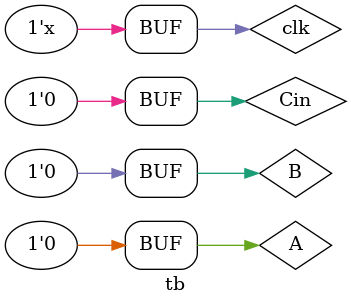
<source format=v>
`timescale 1ns / 1ps
module tb ();

  reg  A;
  reg  B;
  reg  Cin;
  wire S;
  wire C;


  reg  clk;
  always #10 clk = ~clk;

  initial begin
    clk = 0;

    A = 1;
    B = 1;
    Cin = 1;
    #200 

    A = 1;
    B = 1;
    Cin = 0;
    #200 

    A = 0;
    B = 1;
    Cin = 1;
    #200 

    A = 0;
    B = 1;
    Cin = 0;
    #200 

    A = 1;
    B = 0;
    Cin = 1;
    #200 

    A = 1;
    B = 0;
    Cin = 0;
    #200 

    A = 0;
    B = 0;
    Cin = 1;
    #200

    A = 0;
    B = 0;
    Cin = 0;

  end

  top top_u (
      .A(A),
      .B(B),
      .Cin(Cin),
      .S(S),
      .C(C)
  );

endmodule

</source>
